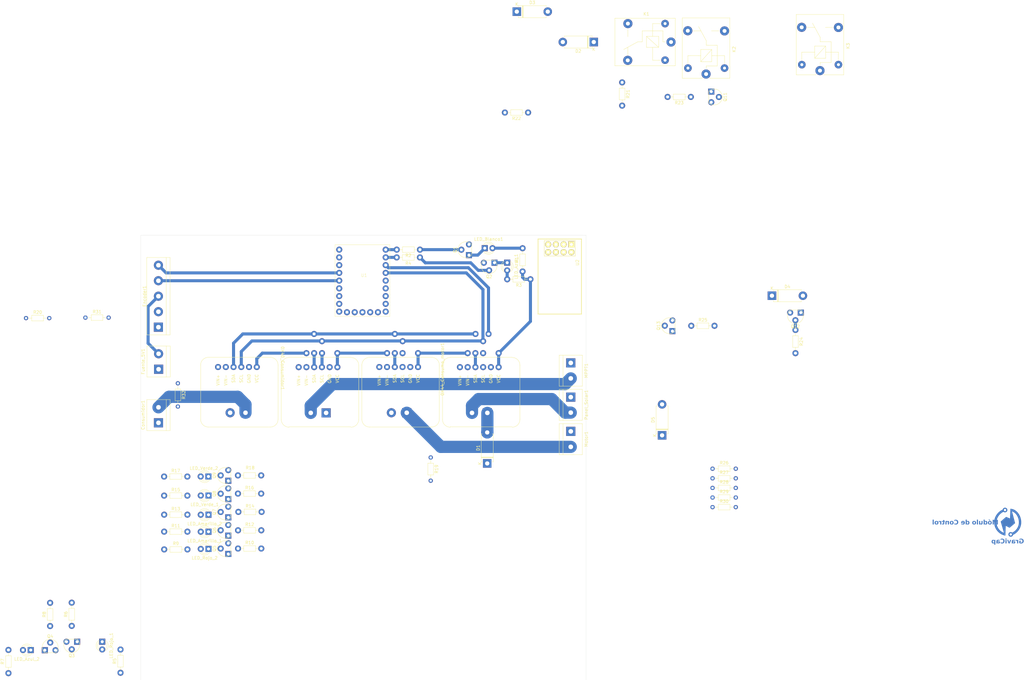
<source format=kicad_pcb>
(kicad_pcb (version 20240108) (generator "pcbnew") (generator_version "8.0")
  (layers (0 "F.Cu" signal) (31 "B.Cu" signal) (34 "B.Paste" user) (35 "F.Paste" user) (36 "B.SilkS" user "B.Silkscreen") (37 "F.SilkS" user "F.Silkscreen") (38 "B.Mask" user) (39 "F.Mask" user) (44 "Edge.Cuts" user))
  (net 0 "")
  (net 1 "Consumidor_+")
  (net 2 "MPPT_+")
  (net 3 "Panel_Solar_+")
  (net 4 "+5V")
  (net 7 "Net-(D3-A)")
  (net 8 "GNDREF")
  (net 9 "Net-(Q1-B)")
  (net 10 "Vin+_Consumo")
  (net 11 "Net-(Q2-B)")
  (net 12 "Motor_Vin+")
  (net 13 "Net-(Q3-B)")
  (net 14 "Motor_Vin-")
  (net 15 "Net-(Q4-B)")
  (net 16 "Vin-_Solar")
  (net 17 "Net-(Q5-B)")
  (net 18 "Net-(Q6-B)")
  (net 19 "D1_Out")
  (net 20 "Net-(Q7-B)")
  (net 21 "Net-(D4-A)")
  (net 22 "Net-(LED_Blanco1-K)")
  (net 23 "Net-(Q8-B)")
  (net 24 "Net-(D5-A)")
  (net 25 "Net-(Q9-B)")
  (net 26 "Net-(Q11-B)")
  (net 27 "RPZ_LED_6")
  (net 28 "RPZ_LED_5")
  (net 29 "RPZ_LED_8")
  (net 30 "RPZ_RELE_1")
  (net 31 "RPZ_LED_7")
  (net 32 "RPZ_LED_2")
  (net 33 "Net-(Q12-B)")
  (net 34 "RPZ_LED_4")
  (net 35 "RPZ_RELE_2")
  (net 36 "PIN_A_Encoder")
  (net 37 "RPZ_LED_3")
  (net 38 "RPZ_LED_9")
  (net 40 "PIN_B_Encoder")
  (net 41 "RPZ_LED_1")
  (net 42 "RPZ_I2C_SDA")
  (net 43 "RPZ_I2C_SCL")
  (net 44 "ADC_1")
  (net 45 "RPZ_UART1_TX")
  (net 46 "RPZ_UART1_RX")
  (net 47 "Net-(LED_Amarillo_1-A)")
  (net 48 "Net-(LED_Amarillo_1-K)")
  (net 49 "Net-(LED_Amarillo_2-K)")
  (net 50 "Net-(LED_Amarillo_2-A)")
  (net 51 "Net-(LED_Azul_1-K)")
  (net 52 "Net-(LED_Azul_1-A)")
  (net 53 "Net-(LED_Azul_2-A)")
  (net 54 "Net-(LED_Azul_2-K)")
  (net 55 "Net-(LED_Blanco1-A)")
  (net 56 "Net-(LED_Rojo_1-A)")
  (net 57 "Net-(LED_Rojo_1-K)")
  (net 58 "Net-(LED_Rojo_2-A)")
  (net 59 "Net-(LED_Rojo_2-K)")
  (net 60 "Net-(LED_Verde_1-K)")
  (net 61 "Net-(LED_Verde_1-A)")
  (net 62 "Net-(LED_Verde_2-A)")
  (net 63 "Net-(LED_Verde_2-K)")
  (net 64 "Net-(Q13-B)")
  (net 65 "+3.3V")
  (net 66 "RPZ_RELE_3")
  (net 67 "ADC_2")
  (footprint "GraviCap:RP2040 Zero" (layer "F.Cu") (at 133.045 31.45)
    (property "Reference" "U1")
    (property "Value" "RP2040-Zero")
  )
  (footprint "Relay_THT:Relay_SPDT_SANYOU_SRD_Series_Form_C" (layer "F.Cu") (at 282.62 -36.19 90)
    (property "Reference" "K3")
    (property "Value" "SANYOU_SRD_Form_C")
  )
  (footprint "Package_TO_SOT_THT:TO-92_Inline" (layer "F.Cu") (at 87.535 109.86 90)
    (property "Reference" "Q7")
    (property "Value" "BC548")
  )
  (footprint "Diode_THT:D_5W_P10.16mm_Horizontal" (layer "F.Cu") (at 266.86 37.65)
    (property "Reference" "D4")
    (property "Value" "D")
  )
  (footprint "Package_TO_SOT_THT:TO-92_Inline" (layer "F.Cu") (at 38.45 152.145 180)
    (property "Reference" "Q3")
    (property "Value" "BC548")
  )
  (footprint "Resistor_THT:R_Axial_DIN0204_L3.6mm_D1.6mm_P7.62mm_Horizontal" (layer "F.Cu") (at 187.645 32.26 180)
    (property "Reference" "R3")
    (property "Value" "150Ω")
  )
  (footprint "Resistor_THT:R_Axial_DIN0204_L3.6mm_D1.6mm_P7.62mm_Horizontal" (layer "F.Cu") (at 240.26 -27.56 180)
    (property "Reference" "R23")
    (property "Value" "5kΩ")
  )
  (footprint "Resistor_THT:R_Axial_DIN0204_L3.6mm_D1.6mm_P7.62mm_Horizontal" (layer "F.Cu") (at 186.88 -22.43 180)
    (property "Reference" "R22")
    (property "Value" "10kΩ")
  )
  (footprint "LED_THT:LED_D3.0mm" (layer "F.Cu") (at 172.66 22.06)
    (property "Reference" "LED_Blanco1")
    (property "Value" "LED")
  )
  (footprint "Relay_THT:Relay_SPDT_SANYOU_SRD_Series_Form_C" (layer "F.Cu") (at 233.76 -45.56 180)
    (property "Reference" "K1")
    (property "Value" "SANYOU_SRD_Form_C")
  )
  (footprint "Resistor_THT:R_Axial_DIN0204_L3.6mm_D1.6mm_P7.62mm_Horizontal" (layer "F.Cu") (at 16.42 161.46 90)
    (property "Reference" "R7")
    (property "Value" "150Ω")
  )
  (footprint "Resistor_THT:R_Axial_DIN0204_L3.6mm_D1.6mm_P7.62mm_Horizontal" (layer "F.Cu") (at 151.405 22.54 180)
    (property "Reference" "R2")
    (property "Value" "47kΩ")
  )
  (footprint "RP2040-Zero:module_ina219" (layer "F.Cu") (at 111.445 61.095 -90)
    (property "Reference" "0X41_MPPT1" (hide yes))
    (property "Value" "module_ina219" (hide yes))
  )
  (footprint "Package_TO_SOT_THT:TO-92_Inline" (layer "F.Cu") (at 275.83 44.19 180)
    (property "Reference" "Q12")
    (property "Value" "BC548")
  )
  (footprint "Resistor_THT:R_Axial_DIN0204_L3.6mm_D1.6mm_P7.62mm_Horizontal" (layer "F.Cu") (at 67.515 120.87)
    (property "Reference" "R9")
    (property "Value" "150Ω")
  )
  (footprint "TerminalBlock:TerminalBlock_bornier-2_P5.08mm" (layer "F.Cu") (at 200.875 59.69 -90)
    (property "Reference" "MPPT1")
    (property "Value" "Screw_Terminal_01x02" (hide yes))
  )
  (footprint "Diode_THT:D_5W_P10.16mm_Horizontal" (layer "F.Cu") (at 173.465 92.66 90)
    (property "Reference" "D1")
    (property "Value" "D")
  )
  (footprint "RP2040-Zero:module_ina219" (layer "F.Cu") (at 85.324999 60.905001 -90)
    (property "Reference" "0X40_Consumidor1" (hide yes))
    (property "Value" "module_ina219" (hide yes))
  )
  (footprint "Resistor_THT:R_Axial_DIN0204_L3.6mm_D1.6mm_P7.62mm_Horizontal" (layer "F.Cu") (at 91.735 120.58)
    (property "Reference" "R10")
    (property "Value" "47kΩ")
  )
  (footprint "TerminalBlock:TerminalBlock_bornier-2_P5.08mm" (layer "F.Cu") (at 65.635 79.34 90)
    (property "Reference" "Consumidor1")
    (property "Value" "Screw_Terminal_01x02")
  )
  (footprint "LED_THT:LED_D3.0mm" (layer "F.Cu") (at 23.73 153.88 180)
    (property "Reference" "LED_Azul_2")
    (property "Value" "LED")
  )
  (footprint "Resistor_THT:R_Axial_DIN0204_L3.6mm_D1.6mm_P7.62mm_Horizontal" (layer "F.Cu") (at 67.505 109.47)
    (property "Reference" "R13")
    (property "Value" "150Ω")
  )
  (footprint "Package_TO_SOT_THT:TO-92_Inline" (layer "F.Cu") (at 87.535 97.86 90)
    (property "Reference" "Q9")
    (property "Value" "BC548")
  )
  (footprint "LED_THT:LED_D3.0mm" (layer "F.Cu") (at 47.18 151.145 -90)
    (property "Reference" "LED_Rojo_1")
    (property "Value" "LED")
  )
  (footprint "Package_TO_SOT_THT:TO-92_Inline" (layer "F.Cu") (at 87.535 121.86 90)
    (property "Reference" "Q5")
    (property "Value" "BC548")
  )
  (footprint "TerminalBlock:TerminalBlock_bornier-2_P5.08mm" (layer "F.Cu") (at 200.875 70.92 -90)
    (property "Reference" "Panel_Solar1")
    (property "Value" "Screw_Terminal_01x02")
  )
  (footprint "Package_TO_SOT_THT:TO-92_Inline" (layer "F.Cu") (at 175.355 27.83 180)
    (property "Reference" "Q2")
    (property "Value" "BC548")
  )
  (footprint "Resistor_THT:R_Axial_DIN0204_L3.6mm_D1.6mm_P7.62mm_Horizontal" (layer "F.Cu") (at 217.73 -32.32 -90)
    (property "Reference" "R21")
    (property "Value" "5kΩ")
  )
  (footprint "Resistor_THT:R_Axial_DIN0204_L3.6mm_D1.6mm_P7.62mm_Horizontal" (layer "F.Cu") (at 91.735 114.6)
    (property "Reference" "R12")
    (property "Value" "47kΩ")
  )
  (footprint "Resistor_THT:R_Axial_DIN0204_L3.6mm_D1.6mm_P7.62mm_Horizontal" (layer "F.Cu") (at 67.505 115.04)
    (property "Reference" "R11")
    (property "Value" "150Ω")
  )
  (footprint "RP2040-Zero:module_ina219" (layer "F.Cu") (at 163.935 60.695 -90)
    (property "Reference" "0X45_Entrega_panel_solar1" (hide yes))
    (property "Value" "module_ina219" (hide yes))
  )
  (footprint "Resistor_THT:R_Axial_DIN0204_L3.6mm_D1.6mm_P7.62mm_Horizontal" (layer "F.Cu") (at 247.38 97.55)
    (property "Reference" "R27")
    (property "Value" "150Ω")
  )
  (footprint "Resistor_THT:R_Axial_DIN0204_L3.6mm_D1.6mm_P7.62mm_Horizontal" (layer "F.Cu") (at 247.38 100.7)
    (property "Reference" "R28")
    (property "Value" "150Ω")
  )
  (footprint "LED_THT:LED_D3.0mm" (layer "F.Cu") (at 82.045 109.49 180)
    (property "Reference" "LED_Amarillo_2")
    (property "Value" "LED")
  )
  (footprint "Relay_THT:Relay_SPDT_SANYOU_SRD_Series_Form_C" (layer "F.Cu") (at 245.26 -35.06 90)
    (property "Reference" "K2")
    (property "Value" "SANYOU_SRD_Form_C")
  )
  (footprint "Package_TO_SOT_THT:TO-92_Inline" (layer "F.Cu") (at 247.96 -28.8025 -90)
    (property "Reference" "Q11")
    (property "Value" "BC548")
  )
  (footprint "LED_THT:LED_D3.0mm" (layer "F.Cu") (at 82.015 96.95 180)
    (property "Reference" "LED_Verde_2")
    (property "Value" "LED")
  )
  (footprint "Package_TO_SOT_THT:TO-92_Inline" (layer "F.Cu") (at 166.485 23.83 90)
    (property "Reference" "Q1")
    (property "Value" "BC548")
  )
  (footprint "Resistor_THT:R_Axial_DIN0204_L3.6mm_D1.6mm_P7.62mm_Horizontal" (layer "F.Cu") (at 67.485 96.97)
    (property "Reference" "R17")
    (property "Value" "150Ω")
  )
  (footprint "Resistor_THT:R_Axial_DIN0204_L3.6mm_D1.6mm_P7.62mm_Horizontal" (layer "F.Cu") (at 247.38 103.85)
    (property "Reference" "R29")
    (property "Value" "150Ω")
  )
  (footprint "Resistor_THT:R_Axial_DIN0204_L3.6mm_D1.6mm_P7.62mm_Horizontal" (layer "F.Cu") (at 240.4 47.5175)
    (property "Reference" "R25")
    (property "Value" "5kΩ")
  )
  (footprint "Resistor_THT:R_Axial_DIN0204_L3.6mm_D1.6mm_P7.62mm_Horizontal" (layer "F.Cu") (at 53.18 161.33 90)
    (property "Reference" "R5")
    (property "Value" "150Ω")
  )
  (footprint "Resistor_THT:R_Axial_DIN0204_L3.6mm_D1.6mm_P7.62mm_Horizontal" (layer "F.Cu") (at 91.845 108.56)
    (property "Reference" "R14")
    (property "Value" "47kΩ")
  )
  (footprint "LED_THT:LED_D3.0mm" (layer "F.Cu") (at 82.045 115.07 180)
    (property "Reference" "LED_Amarillo_1")
    (property "Value" "LED")
  )
  (footprint "Resistor_THT:R_Axial_DIN0204_L3.6mm_D1.6mm_P7.62mm_Horizontal" (layer "F.Cu") (at 22.19 45)
    (property "Reference" "R20")
    (property "Value" "10kΩ")
  )
  (footprint "Resistor_THT:R_Axial_DIN0204_L3.6mm_D1.6mm_P7.62mm_Horizontal" (layer "F.Cu") (at 185.065 29.7 90)
    (property "Reference" "R1")
    (property "Value" "150Ω")
  )
  (footprint "Resistor_THT:R_Axial_DIN0204_L3.6mm_D1.6mm_P7.62mm_Horizontal" (layer "F.Cu") (at 37.18 145.955 90)
    (property "Reference" "R6")
    (property "Value" "47kΩ")
  )
  (footprint "Resistor_THT:R_Axial_DIN0204_L3.6mm_D1.6mm_P7.62mm_Horizontal" (layer "F.Cu") (at 247.38 94.4)
    (property "Reference" "R26")
    (property "Value" "150Ω")
  )
  (footprint "Resistor_THT:R_Axial_DIN0204_L3.6mm_D1.6mm_P7.62mm_Horizontal" (layer "F.Cu") (at 30.09 146.01 90)
    (property "Reference" "R8")
    (property "Value" "47kΩ")
  )
  (footprint "RP2040-Zero:ESP-01" (layer "F.Cu") (at 201.075 20.829 -90)
    (property "Reference" "U2")
    (property "Value" "ESP-01v090")
  )
  (footprint "Package_TO_SOT_THT:TO-92_Inline" (layer "F.Cu") (at 87.535 115.86 90)
    (property "Reference" "Q6")
    (property "Value" "BC548")
  )
  (footprint "Resistor_THT:R_Axial_DIN0204_L3.6mm_D1.6mm_P7.62mm_Horizontal" (layer "F.Cu") (at 91.705 96.59)
    (property "Reference" "R18")
    (property "Value" "47kΩ")
  )
  (footprint "Resistor_THT:R_Axial_DIN0204_L3.6mm_D1.6mm_P7.62mm_Horizontal" (layer "F.Cu") (at 41.67 44.84)
    (property "Reference" "R31")
    (property "Value" "10kΩ")
  )
  (footprint "Resistor_THT:R_Axial_DIN0204_L3.6mm_D1.6mm_P7.62mm_Horizontal" (layer "F.Cu") (at 274.58 48.88 -90)
    (property "Reference" "R24")
    (property "Value" "5kΩ")
  )
  (footprint "Diode_THT:D_5W_P10.16mm_Horizontal" (layer "F.Cu") (at 230.83 83.45 90)
    (property "Reference" "D5")
    (property "Value" "D")
  )
  (footprint "Resistor_THT:R_Axial_DIN0204_L3.6mm_D1.6mm_P7.62mm_Horizontal" (layer "F.Cu") (at 67.495 103.22)
    (property "Reference" "R15")
    (property "Value" "150Ω")
  )
  (footprint "RP2040-Zero:module_ina219" (layer "F.Cu") (at 138.07 61.04 -90)
    (property "Reference" "0X44_Consumo_motor1")
    (property "Value" "module_ina219")
  )
  (footprint "Diode_THT:D_5W_P10.16mm_Horizontal" (layer "F.Cu") (at 183.17 -55.53)
    (property "Reference" "D3")
    (property "Value" "D")
  )
  (footprint "Diode_THT:D_5W_P10.16mm_Horizontal" (layer "F.Cu") (at 208.42 -45.56 180)
    (property "Reference" "D2")
    (property "Value" "D")
  )
  (footprint "Resistor_THT:R_Axial_DIN0204_L3.6mm_D1.6mm_P7.62mm_Horizontal" (layer "F.Cu") (at 247.38 107)
    (property "Reference" "R30")
    (property "Value" "150Ω")
  )
  (footprint "Resistor_THT:R_Axial_DIN0204_L3.6mm_D1.6mm_P7.62mm_Horizontal" (layer "F.Cu") (at 72 66.38 -90)
    (property "Reference" "R32")
    (property "Value" "10kΩ")
  )
  (footprint "Resistor_THT:R_Axial_DIN0204_L3.6mm_D1.6mm_P7.62mm_Horizontal" (layer "F.Cu") (at 154.935 90.71 -90)
    (property "Reference" "R19")
    (property "Value" "10kΩ")
  )
  (footprint "TerminalBlock:TerminalBlock_bornier-2_P5.08mm" (layer "F.Cu") (at 200.875 82.15 -90)
    (property "Reference" "Motor1")
    (property "Value" "Screw_Terminal_01x02")
  )
  (footprint "Package_TO_SOT_THT:TO-92_Inline" (layer "F.Cu") (at 233.22 48.76 90)
    (property "Reference" "Q13")
    (property "Value" "BC548")
  )
  (footprint "Resistor_THT:R_Axial_DIN0204_L3.6mm_D1.6mm_P7.62mm_Horizontal" (layer "F.Cu") (at 91.705 102.56)
    (property "Reference" "R16")
    (property "Value" "47kΩ")
  )
  (footprint "Package_TO_SOT_THT:TO-92_Inline" (layer "F.Cu") (at 28.86 152.93)
    (property "Reference" "Q4")
    (property "Value" "BC548")
  )
  (footprint "TerminalBlock:TerminalBlock_bornier-2_P5.08mm" (layer "F.Cu") (at 65.675 61.77 90)
    (property "Reference" "Fuente_5V1")
    (property "Value" "Screw_Terminal_01x02" (hide yes))
  )
  (footprint "Package_TO_SOT_THT:TO-92_Inline" (layer "F.Cu") (at 87.535 103.86 90)
    (property "Reference" "Q8")
    (property "Value" "BC548")
  )
  (footprint "Resistor_THT:R_Axial_DIN0204_L3.6mm_D1.6mm_P7.62mm_Horizontal" (layer "F.Cu") (at 151.395 25.09 180)
    (property "Reference" "R4")
    (property "Value" "47kΩ")
  )
  (footprint "LED_THT:LED_D3.0mm" (layer "F.Cu") (at 180.015 26.81 -90)
    (property "Reference" "LED_Azul_1")
    (property "Value" "LED")
  )
  (footprint "LED_THT:LED_D3.0mm" (layer "F.Cu") (at 82.045 120.71 180)
    (property "Reference" "LED_Rojo_2")
    (property "Value" "LED")
  )
  (footprint "TerminalBlock:TerminalBlock_bornier-5_P5.08mm" (layer "F.Cu") (at 65.615 47.97 90)
    (property "Reference" "Encoder1")
    (property "Value" "Screw_Terminal_01x05")
  )
  (footprint "LED_THT:LED_D3.0mm" (layer "F.Cu") (at 82.045 103.19 180)
    (property "Reference" "LED_Verde_1")
    (property "Value" "LED")
  )
  (footprint "Raspberry Pico RP2040-Zero:GraviCap_Logo" (layer "B.Cu") (at 344.28 111.67)
    (property "Reference" "GraviCap")
    (property "Value" "GraviCap_Logo" (hide yes))
  )
  (gr_rect (start 59.875 17.76) (end 205.875 163.76) (stroke (width 0.05)) (fill none) (layer "Edge.Cuts"))
  (gr_text "Módulo de Control" (at 330.28 112.07 0) (layer "B.Cu") (effects (font (size 1.5 1.5) (thickness 0.3) (bold yes)) (justify mirror)))
  (segment (start 94.18 73.375) (end 94.18 76.04) (width 4) (layer "B.Cu") (net 1))
  (segment (start 69.075 70.82) (end 91.625 70.82) (width 4) (layer "B.Cu") (net 1))
  (segment (start 65.635 74.26) (end 69.075 70.82) (width 4) (layer "B.Cu") (net 1))
  (segment (start 91.625 70.82) (end 94.18 73.375) (width 4) (layer "B.Cu") (net 1))
  (segment (start 115.585 73.725) (end 115.585 76.085) (width 4) (layer "B.Cu") (net 2))
  (segment (start 200.875 64.77) (end 199.015 66.63) (width 4) (layer "B.Cu") (net 2))
  (segment (start 122.68 66.63) (end 115.585 73.725) (width 4) (layer "B.Cu") (net 2))
  (segment (start 199.015 66.63) (end 122.68 66.63) (width 4) (layer "B.Cu") (net 2))
  (segment (start 168.475 76.085) (end 168.475 73.725) (width 4) (layer "B.Cu") (net 3))
  (segment (start 170.65 71.55) (end 194.615 71.55) (width 4) (layer "B.Cu") (net 3))
  (segment (start 168.475 73.725) (end 170.65 71.55) (width 4) (layer "B.Cu") (net 3))
  (segment (start 194.615 71.55) (end 199.065 76) (width 4) (layer "B.Cu") (net 3))
  (segment (start 199.065 76) (end 200.875 76) (width 4) (layer "B.Cu") (net 3))
  (via (at 150.785 56.49) (size 2) (drill 1) (layers "F.Cu" "B.Cu") (net 4))
  (via (at 167.055 56.49) (size 2) (drill 1) (layers "F.Cu" "B.Cu") (net 4))
  (via (at 177.215 56.49) (size 2) (drill 1) (layers "F.Cu" "B.Cu") (net 4))
  (via (at 140.61 56.49) (size 2) (drill 1) (layers "F.Cu" "B.Cu") (net 4))
  (via (at 124.315 56.49) (size 2) (drill 1) (layers "F.Cu" "B.Cu") (net 4))
  (via (at 114.165 56.49) (size 2) (drill 1) (layers "F.Cu" "B.Cu") (net 4))
  (segment (start 62.235 53.25) (end 65.675 56.69) (width 1) (layer "B.Cu") (net 4))
  (segment (start 177.215 56.49) (end 177.215 61.085) (width 1) (layer "B.Cu") (net 4))
  (segment (start 187.645 46.06) (end 187.645 32.26) (width 1) (layer "B.Cu") (net 4))
  (segment (start 99.705 56.49) (end 114.165 56.49) (width 1) (layer "B.Cu") (net 4))
  (segment (start 185.715 32.26) (end 187.645 32.26) (width 1) (layer "B.Cu") (net 4))
  (segment (start 150.785 56.49) (end 167.045 56.49) (width 1) (layer "B.Cu") (net 4))
  (segment (start 177.215 56.49) (end 187.645 46.06) (width 1) (layer "B.Cu") (net 4))
  (segment (start 167.045 56.49) (end 167.055 56.5) (width 1) (layer "B.Cu") (net 4))
  (segment (start 150.785 56.49) (end 150.785 61.025) (width 1) (layer "B.Cu") (net 4))
  (segment (start 185.065 29.7) (end 185.065 31.61) (width 1) (layer "B.Cu") (net 4))
  (segment (start 124.315 56.49) (end 124.315 61.075) (width 1) (layer "B.Cu") (net 4))
  (segment (start 97.88 58.315) (end 99.705 56.49) (width 1) (layer "B.Cu") (net 4))
  (segment (start 65.615 37.81) (end 62.235 41.19) (width 1) (layer "B.Cu") (net 4))
  (segment (start 140.605 56.49) (end 124.315 56.49) (width 1) (layer "B.Cu") (net 4))
  (segment (start 185.065 31.61) (end 185.715 32.26) (width 1) (layer "B.Cu") (net 4))
  (segment (start 62.235 41.19) (end 62.235 53.25) (width 1) (layer "B.Cu") (net 4))
  (segment (start 124.315 61.075) (end 124.325 61.085) (width 1) (layer "B.Cu") (net 4))
  (segment (start 150.785 61.025) (end 150.77 61.04) (width 1) (layer "B.Cu") (net 4))
  (segment (start 97.88 61.04) (end 97.88 58.315) (width 1) (layer "B.Cu") (net 4))
  (segment (start 151.405 22.54) (end 164.965 22.54) (width 1) (layer "B.Cu") (net 9))
  (segment (start 164.965 22.54) (end 164.985 22.56) (width 1) (layer "B.Cu") (net 9))
  (segment (start 168.065 26.86) (end 170.535 29.33) (width 1) (layer "B.Cu") (net 11))
  (segment (start 170.535 29.33) (end 174.085 29.33) (width 1) (layer "B.Cu") (net 11))
  (segment (start 151.395 25.09) (end 153.165 26.86) (width 1) (layer "B.Cu") (net 11))
  (segment (start 153.165 26.86) (end 168.065 26.86) (width 1) (layer "B.Cu") (net 11))
  (segment (start 158.26 87.23) (end 147.07 76.04) (width 4) (layer "B.Cu") (net 14))
  (segment (start 200.875 87.23) (end 158.26 87.23) (width 4) (layer "B.Cu") (net 14))
  (segment (start 173.515 82.45) (end 173.465 82.5) (width 4) (layer "B.Cu") (net 16))
  (segment (start 173.515 76.085) (end 173.515 82.45) (width 4) (layer "B.Cu") (net 16))
  (segment (start 170.39 24.33) (end 172.66 22.06) (width 1) (layer "B.Cu") (net 22))
  (segment (start 167.485 24.33) (end 170.39 24.33) (width 1) (layer "B.Cu") (net 22))
  (segment (start 143.765 25.08) (end 143.775 25.09) (width 1) (layer "B.Cu") (net 32))
  (segment (start 140.165 25.08) (end 143.765 25.08) (width 1) (layer "B.Cu") (net 32))
  (segment (start 274.56 48.86) (end 274.58 48.88) (width 1) (layer "B.Cu") (net 33))
  (segment (start 274.56 45.69) (end 274.56 48.86) (width 1) (layer "B.Cu") (net 33))
  (segment (start 65.615 32.73) (end 124.895 32.73) (width 1) (layer "B.Cu") (net 36))
  (segment (start 124.895 32.73) (end 124.925 32.7) (width 1) (layer "B.Cu") (net 36))
  (segment (start 65.615 27.65) (end 68.125 30.16) (width 1) (layer "B.Cu") (net 40))
  (segment (start 68.125 30.16) (end 124.925 30.16) (width 1) (layer "B.Cu") (net 40))
  (segment (start 140.165 22.54) (end 143.785 22.54) (width 1) (layer "B.Cu") (net 41))
  (via (at 173.895 50.19) (size 2) (drill 1) (layers "F.Cu" "B.Cu") (net 42))
  (via (at 169.585 56.49) (size 2) (drill 1) (layers "F.Cu" "B.Cu") (net 42))
  (via (at 116.695 56.49) (size 2) (drill 1) (layers "F.Cu" "B.Cu") (net 42))
  (via (at 116.675 50.19) (size 2) (drill 1) (layers "F.Cu" "B.Cu") (net 42))
  (via (at 143.155 56.49) (size 2) (drill 1) (layers "F.Cu" "B.Cu") (net 42))
  (via (at 143.165 50.19) (size 2) (drill 1) (layers "F.Cu" "B.Cu") (net 42))
  (via (at 169.625 50.19) (size 2) (drill 1) (layers "F.Cu" "B.Cu") (net 42))
  (segment (start 169.595 61.085) (end 169.595 56.61) (width 1) (layer "B.Cu") (net 42))
  (segment (start 167.285 28.47) (end 141.015 28.47) (width 1) (layer "B.Cu") (net 42))
  (segment (start 141.015 28.47) (end 140.165 27.62) (width 1) (layer "B.Cu") (net 42))
  (segment (start 143.15 56.565) (end 143.155 56.56) (width 1) (layer "B.Cu") (net 42))
  (segment (start 169.595 56.61) (end 169.585 56.6) (width 1) (layer "B.Cu") (net 42))
  (segment (start 93.295 50.19) (end 169.625 50.19) (width 1) (layer "B.Cu") (net 42))
  (segment (start 143.15 61.04) (end 143.15 56.565) (width 1) (layer "B.Cu") (net 42))
  (segment (start 173.895 35.08) (end 167.285 28.47) (width 1) (layer "B.Cu") (net 42))
  (segment (start 90.26 53.225) (end 93.295 50.19) (width 1) (layer "B.Cu") (net 42))
  (segment (start 143.15 56.825) (end 143.135 56.81) (width 1) (layer "B.Cu") (net 42))
  (segment (start 90.26 60.665) (end 90.26 53.225) (width 1) (layer "B.Cu") (net 42))
  (segment (start 116.705 61.085) (end 116.705 56.5) (width 1) (layer "B.Cu") (net 42))
  (segment (start 116.705 56.5) (end 116.695 56.49) (width 1) (layer "B.Cu") (net 42))
  (segment (start 173.895 50.18) (end 173.895 35.08) (width 1) (layer "B.Cu") (net 42))
  (via (at 172.125 56.49) (size 2) (drill 1) (layers "F.Cu" "B.Cu") (net 43))
  (via (at 172.125 52.57) (size 2) (drill 1) (layers "F.Cu" "B.Cu") (net 43))
  (via (at 119.265 52.57) (size 2) (drill 1) (layers "F.Cu" "B.Cu") (net 43))
  (via (at 145.725 52.57) (size 2) (drill 1) (layers "F.Cu" "B.Cu") (net 43))
  (via (at 145.695 56.49) (size 2) (drill 1) (layers "F.Cu" "B.Cu") (net 43))
  (via (at 119.28 56.49) (size 2) (drill 1) (layers "F.Cu" "B.Cu") (net 43))
  (segment (start 92.8 60.495) (end 92.8 55.97) (width 1) (layer "B.Cu") (net 43))
  (segment (start 172.07 35.695) (end 172.1 35.665) (width 1) (layer "B.Cu") (net 43))
  (segment (start 140.165 30.16) (end 166.595 30.16) (width 1) (layer "B.Cu") (net 43))
  (segment (start 172.07 52.49) (end 172.07 35.695) (width 1) (layer "B.Cu") (net 43))
  (segment (start 96.28 52.49) (end 172.07 52.49) (width 1) (layer "B.Cu") (net 43))
  (segment (start 166.595 30.16) (end 172.1 35.665) (width 1) (layer "B.Cu") (net 43))
  (segment (start 92.8 55.97) (end 96.28 52.49) (width 1) (layer "B.Cu") (net 43))
  (segment (start 119.28 60.775) (end 119.28 56.49) (width 1) (layer "B.Cu") (net 43))
  (segment (start 124.905 35.26) (end 124.925 35.24) (width 1) (layer "B.Cu") (net 44))
  (segment (start 179.995 26.83) (end 180.015 26.81) (width 1) (layer "B.Cu") (net 51))
  (segment (start 175.855 26.83) (end 179.995 26.83) (width 1) (layer "B.Cu") (net 51))
  (segment (start 180.015 29.35) (end 180.015 32.25) (width 1) (layer "B.Cu") (net 52))
  (segment (start 180.015 32.25) (end 180.025 32.26) (width 1) (layer "B.Cu") (net 52))
  (segment (start 175.2 22.06) (end 185.045 22.06) (width 1) (layer "B.Cu") (net 55))
  (segment (start 185.045 22.06) (end 185.065 22.08) (width 1) (layer "B.Cu") (net 55))
  (segment (start 240.3725 47.49) (end 240.4 47.5175) (width 1) (layer "B.Cu") (net 64))
)
</source>
